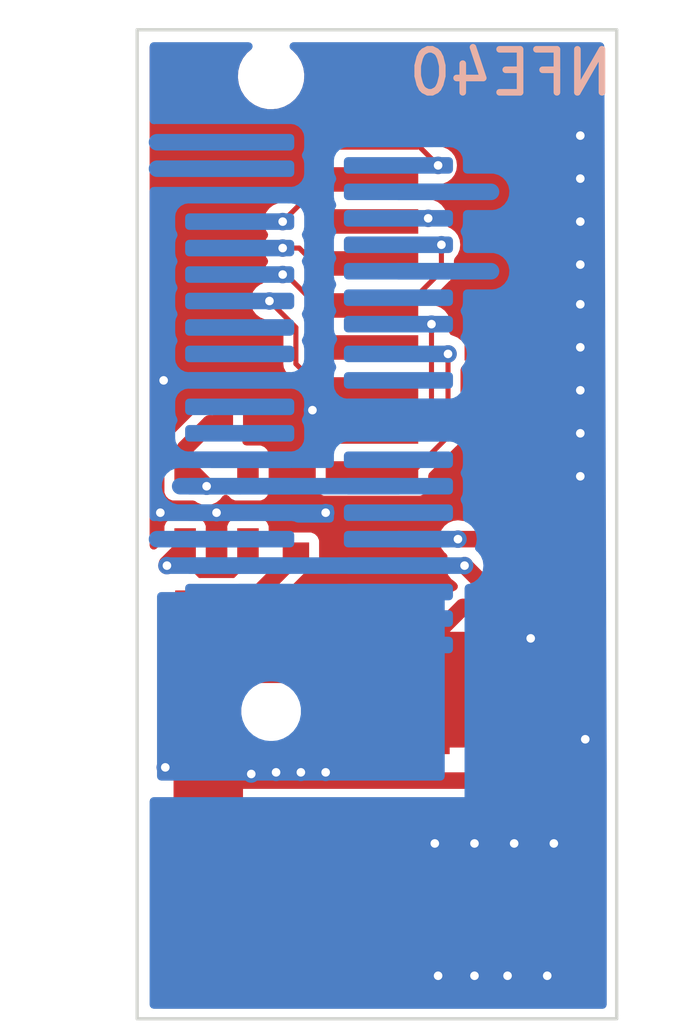
<source format=kicad_pcb>
(kicad_pcb (version 20211014) (generator pcbnew)
  (layers (0 "F.Cu" mixed) (31 "B.Cu" mixed) (36 "B.SilkS" user "B.Silkscreen") (37 "F.SilkS" user "F.Silkscreen") (38 "B.Mask" user) (39 "F.Mask" user) (44 "Edge.Cuts" user))
  (net 0 "")
  (net 1 "GND")
  (net 2 "+12V")
  (net 3 "+6V")
  (net 4 "unconnected-(J1-Pad1)")
  (net 5 "unconnected-(J1-Pad3)")
  (net 6 "/1PPS")
  (net 7 "unconnected-(J1-Pad6)")
  (net 8 "/CTRL_TX_CLK")
  (net 9 "/CTRL_RX_DATA_NFE")
  (net 10 "/CTRL_TX_DATA")
  (net 11 "/DATA_MISO")
  (net 12 "/CTRL_RX_CLK_NFE")
  (net 13 "unconnected-(J1-Pad12)")
  (net 14 "/DATA_NFE_FS")
  (net 16 "/NFPGA_DATA")
  (net 17 "/DATA_CLK_BUF")
  (net 18 "/PSOC_XRES_N")
  (net 19 "/DATA_MOSI")
  (net 21 "/NFPGA_CLK")
  (net 22 "/NFPGA_LE")
  (net 24 "+1V5")
  (net 26 "unconnected-(J1-Pad31)")
  (net 27 "unconnected-(J2-Pad20)")
  (net 28 "Net-(R13-Pad2)")
  (net 30 "+3.3V")
  (footprint "b_all:R603" (layer "F.Cu") (at 104.3 115.1 -90)
    (fp_text reference "R13" hide)
    (fp_text value "575k" hide)
    (pad "1" smd rect (at -0.7 0 270) (size 0.6 0.8) (layers "F.Cu" "F.Paste" "F.Mask") (net 1 "GND"))
    (pad "2" smd rect (at 0.7 0 270) (size 0.6 0.8) (layers "F.Cu" "F.Paste" "F.Mask") (net 28 "Net-(R13-Pad2)"))
  )
  (footprint "b_all:C603" (layer "F.Cu") (at 112.9 115.2 90)
    (fp_text reference "C3" hide)
    (fp_text value "1uF" hide)
    (pad "1" smd rect locked (at -0.7 0 90) (size 0.6 0.8) (layers "F.Cu" "F.Paste" "F.Mask") (net 30 "+3.3V"))
    (pad "2" smd rect locked (at 0.7 0 90) (size 0.6 0.8) (layers "F.Cu" "F.Paste" "F.Mask") (net 1 "GND"))
  )
  (footprint "b_all:SOT-23-5" (layer "F.Cu") (at 111.7 118.4)
    (fp_text reference "U3" hide)
    (fp_text value "TPS7A20xx")
    (pad "1" smd rect locked (at -1.1 -0.95) (size 1.06 0.65) (layers "F.Cu" "F.Paste" "F.Mask") (net 3 "+6V"))
    (pad "2" smd rect locked (at -1.1 0) (size 1.06 0.65) (layers "F.Cu" "F.Paste" "F.Mask") (net 1 "GND"))
    (pad "3" smd rect locked (at -1.1 0.95) (size 1.06 0.65) (layers "F.Cu" "F.Paste" "F.Mask") (net 3 "+6V"))
    (pad "4" smd rect locked (at 1.1 0.95) (size 1.06 0.65) (layers "F.Cu" "F.Paste" "F.Mask"))
    (pad "5" smd rect locked (at 1.1 -0.95) (size 1.06 0.65) (layers "F.Cu" "F.Paste" "F.Mask") (net 30 "+3.3V"))
  )
  (footprint "b_all:C603" (layer "F.Cu") (at 111.6 120.9)
    (fp_text reference "C2" hide)
    (fp_text value "10uF_25506-001" hide)
    (pad "1" smd rect locked (at -0.7 0) (size 0.6 0.8) (layers "F.Cu" "F.Paste" "F.Mask") (net 3 "+6V"))
    (pad "2" smd rect locked (at 0.7 0) (size 0.6 0.8) (layers "F.Cu" "F.Paste" "F.Mask") (net 1 "GND"))
  )
  (footprint "b_all:SamRib_2x10_P1.27mm_Vertical_SMD" (layer "F.Cu") (at 108.7 107.7 180)
    (fp_text reference "J2" hide)
    (fp_text value "SamRib")
    (pad "1" smd rect (at -2.1 -5.74 180) (size 2.8 0.74) (layers "F.Cu" "F.Paste" "F.Mask") (net 1 "GND"))
    (pad "2" smd rect (at 2.1 -5.715 180) (size 2.8 0.74) (layers "F.Cu" "F.Paste" "F.Mask") (net 19 "/DATA_MOSI"))
    (pad "3" smd rect (at -2.1 -4.47 180) (size 2.8 0.74) (layers "F.Cu" "F.Paste" "F.Mask") (net 1 "GND"))
    (pad "4" smd rect (at 2.1 -4.445 180) (size 2.8 0.74) (layers "F.Cu" "F.Paste" "F.Mask") (net 17 "/DATA_CLK_BUF"))
    (pad "5" smd rect (at -2.1 -3.2 180) (size 2.8 0.74) (layers "F.Cu" "F.Paste" "F.Mask") (net 1 "GND"))
    (pad "6" smd rect (at 2.1 -3.175 180) (size 2.8 0.74) (layers "F.Cu" "F.Paste" "F.Mask") (net 14 "/DATA_NFE_FS"))
    (pad "7" smd rect (at -2.1 -1.93 180) (size 2.8 0.74) (layers "F.Cu" "F.Paste" "F.Mask") (net 1 "GND"))
    (pad "8" smd rect (at 2.1 -1.905 180) (size 2.8 0.74) (layers "F.Cu" "F.Paste" "F.Mask") (net 12 "/CTRL_RX_CLK_NFE"))
    (pad "9" smd rect (at -2.1 -0.66 180) (size 2.8 0.74) (layers "F.Cu" "F.Paste" "F.Mask") (net 1 "GND"))
    (pad "10" smd rect (at 2.1 -0.635 180) (size 2.8 0.74) (layers "F.Cu" "F.Paste" "F.Mask") (net 11 "/DATA_MISO"))
    (pad "11" smd rect (at -2.1 0.61 180) (size 2.8 0.74) (layers "F.Cu" "F.Paste" "F.Mask") (net 1 "GND"))
    (pad "12" smd rect (at 2.1 0.635 180) (size 2.8 0.74) (layers "F.Cu" "F.Paste" "F.Mask") (net 10 "/CTRL_TX_DATA"))
    (pad "13" smd rect (at -2.1 1.88 180) (size 2.8 0.74) (layers "F.Cu" "F.Paste" "F.Mask") (net 1 "GND"))
    (pad "14" smd rect (at 2.1 1.905 180) (size 2.8 0.74) (layers "F.Cu" "F.Paste" "F.Mask") (net 9 "/CTRL_RX_DATA_NFE"))
    (pad "15" smd rect (at -2.1 3.15 180) (size 2.8 0.74) (layers "F.Cu" "F.Paste" "F.Mask") (net 1 "GND"))
    (pad "16" smd rect (at 2.1 3.175 180) (size 2.8 0.74) (layers "F.Cu" "F.Paste" "F.Mask") (net 8 "/CTRL_TX_CLK"))
    (pad "17" smd rect (at -2.1 4.42 180) (size 2.8 0.74) (layers "F.Cu" "F.Paste" "F.Mask") (net 1 "GND"))
    (pad "18" smd rect (at 2.1 4.445 180) (size 2.8 0.74) (layers "F.Cu" "F.Paste" "F.Mask") (net 6 "/1PPS"))
    (pad "19" smd rect (at -2.1 5.69 180) (size 2.8 0.74) (layers "F.Cu" "F.Paste" "F.Mask") (net 1 "GND"))
    (pad "20" smd rect (at 2.1 5.715 180) (size 2.8 0.74) (layers "F.Cu" "F.Paste" "F.Mask") (net 27 "unconnected-(J2-Pad20)"))
  )
  (footprint "b_all:SOT-23-5" (layer "F.Cu") (at 101.9 114.5 90)
    (fp_text reference "U4" hide)
    (fp_text value "TPS7A20xx")
    (pad "1" smd rect (at -1.1 -0.95 90) (size 1.06 0.65) (layers "F.Cu" "F.Paste" "F.Mask") (net 3 "+6V"))
    (pad "2" smd rect (at -1.1 0 90) (size 1.06 0.65) (layers "F.Cu" "F.Paste" "F.Mask") (net 1 "GND"))
    (pad "3" smd rect (at -1.1 0.95 90) (size 1.06 0.65) (layers "F.Cu" "F.Paste" "F.Mask") (net 3 "+6V"))
    (pad "4" smd rect (at 1.1 0.95 90) (size 1.06 0.65) (layers "F.Cu" "F.Paste" "F.Mask"))
    (pad "5" smd rect (at 1.1 -0.95 90) (size 1.06 0.65) (layers "F.Cu" "F.Paste" "F.Mask") (net 24 "+1V5"))
  )
  (footprint "Package_TO_SOT_SMD:SOT-223" (layer "F.Cu") (at 104.8 120)
    (fp_text reference "U2" hide)
    (fp_text value "LT3080xST")
    (pad "1" smd rect (at -3.15 -2.3) (size 2 1.5) (layers "F.Cu" "F.Paste" "F.Mask") (net 28 "Net-(R13-Pad2)"))
    (pad "2" smd rect (at -3.15 0) (size 2 1.5) (layers "F.Cu" "F.Paste" "F.Mask") (net 3 "+6V"))
    (pad "3" smd rect (at -3.15 2.3) (size 2 1.5) (layers "F.Cu" "F.Paste" "F.Mask") (net 2 "+12V"))
    (pad "4" smd rect (at 3.15 0) (size 2 3.8) (layers "F.Cu" "F.Paste" "F.Mask") (net 3 "+6V"))
  )
  (footprint "b_all:C603" (layer "F.Cu") (at 102.8 111.9)
    (fp_text reference "C4" hide)
    (fp_text value "1uF" hide)
    (pad "1" smd rect locked (at -0.7 0) (size 0.6 0.8) (layers "F.Cu" "F.Paste" "F.Mask") (net 24 "+1V5"))
    (pad "2" smd rect locked (at 0.7 0) (size 0.6 0.8) (layers "F.Cu" "F.Paste" "F.Mask") (net 1 "GND"))
  )
  (footprint "b_all:C603" (layer "F.Cu") (at 112.25 122.65 90)
    (fp_text reference "C1" hide)
    (fp_text value "1uF" hide)
    (pad "1" smd rect locked (at -0.7 0 90) (size 0.6 0.8) (layers "F.Cu" "F.Paste" "F.Mask") (net 2 "+12V"))
    (pad "2" smd rect locked (at 0.7 0 90) (size 0.6 0.8) (layers "F.Cu" "F.Paste" "F.Mask") (net 1 "GND"))
  )
  (footprint "b_all:HIROSE_40P_NFE" (layer "B.Cu") (at 105 111 -90)
    (fp_text reference "J1" hide)
    (fp_text value "Conn_02x20_Odd_Even" hide)
    (pad "" np_thru_hole circle (at -9.6 1.45 270) (size 0 0) (drill 1.4) (layers *.Mask))
    (pad "" np_thru_hole circle (at 9.6 1.45 270) (size 0 0) (drill 1.2) (layers *.Mask))
    (pad "1" smd roundrect (at -7.6 2.4 270) (size 0.5 3.3) (layers "B.Cu" "B.Paste" "B.Mask") (net 4 "unconnected-(J1-Pad1)"))
    (pad "2" smd roundrect (at -7.7 -2.4 270) (size 0.5 3.3) (layers "B.Cu" "B.Paste" "B.Mask") (net 1 "GND"))
    (pad "3" smd roundrect (at -6.8 2.4 270) (size 0.5 3.3) (layers "B.Cu" "B.Paste" "B.Mask") (net 5 "unconnected-(J1-Pad3)"))
    (pad "4" smd roundrect (at -6.9 -2.4 270) (size 0.5 3.3) (layers "B.Cu" "B.Paste" "B.Mask") (net 6 "/1PPS"))
    (pad "5" smd roundrect (at -6 2.4 270) (size 0.5 3.3) (layers "B.Cu" "B.Paste" "B.Mask") (net 1 "GND"))
    (pad "6" smd roundrect (at -6.1 -2.4 270) (size 0.5 3.3) (layers "B.Cu" "B.Paste" "B.Mask") (net 7 "unconnected-(J1-Pad6)"))
    (pad "7" smd roundrect (at -5.2 2.4 270) (size 0.5 3.3) (layers "B.Cu" "B.Paste" "B.Mask") (net 8 "/CTRL_TX_CLK"))
    (pad "8" smd roundrect (at -5.3 -2.4 270) (size 0.5 3.3) (layers "B.Cu" "B.Paste" "B.Mask") (net 9 "/CTRL_RX_DATA_NFE"))
    (pad "9" smd roundrect (at -4.4 2.4 270) (size 0.5 3.3) (layers "B.Cu" "B.Paste" "B.Mask") (net 10 "/CTRL_TX_DATA"))
    (pad "10" smd roundrect (at -4.5 -2.4 270) (size 0.5 3.3) (layers "B.Cu" "B.Paste" "B.Mask") (net 11 "/DATA_MISO"))
    (pad "11" smd roundrect (at -3.6 2.4 270) (size 0.5 3.3) (layers "B.Cu" "B.Paste" "B.Mask") (net 12 "/CTRL_RX_CLK_NFE"))
    (pad "12" smd roundrect (at -3.7 -2.4 270) (size 0.5 3.3) (layers "B.Cu" "B.Paste" "B.Mask") (net 13 "unconnected-(J1-Pad12)"))
    (pad "13" smd roundrect (at -2.8 2.4 270) (size 0.5 3.3) (layers "B.Cu" "B.Paste" "B.Mask") (net 14 "/DATA_NFE_FS"))
    (pad "14" smd roundrect (at -2.9 -2.4 270) (size 0.5 3.3) (layers "B.Cu" "B.Paste" "B.Mask"))
    (pad "15" smd roundrect (at -2 2.4 270) (size 0.5 3.3) (layers "B.Cu" "B.Paste" "B.Mask") (net 16 "/NFPGA_DATA"))
    (pad "16" smd roundrect (at -2.1 -2.4 270) (size 0.5 3.3) (layers "B.Cu" "B.Paste" "B.Mask") (net 17 "/DATA_CLK_BUF"))
    (pad "17" smd roundrect (at -1.2 2.4 270) (size 0.5 3.3) (layers "B.Cu" "B.Paste" "B.Mask") (net 18 "/PSOC_XRES_N"))
    (pad "18" smd roundrect (at -1.2 -2.4 270) (size 0.5 3.3) (layers "B.Cu" "B.Paste" "B.Mask") (net 19 "/DATA_MOSI"))
    (pad "19" smd roundrect (at -0.4 2.4 270) (size 0.5 3.3) (layers "B.Cu" "B.Paste" "B.Mask") (net 1 "GND"))
    (pad "20" smd roundrect (at -0.4 -2.4 270) (size 0.5 3.3) (layers "B.Cu" "B.Paste" "B.Mask"))
    (pad "21" smd roundrect (at 0.4 2.4 270) (size 0.5 3.3) (layers "B.Cu" "B.Paste" "B.Mask") (net 21 "/NFPGA_CLK"))
    (pad "22" smd roundrect (at 0.4 -2.4 270) (size 0.5 3.3) (layers "B.Cu" "B.Paste" "B.Mask") (net 1 "GND"))
    (pad "23" smd roundrect (at 1.2 2.4 270) (size 0.5 3.3) (layers "B.Cu" "B.Paste" "B.Mask") (net 22 "/NFPGA_LE"))
    (pad "24" smd roundrect (at 1.2 -2.4 270) (size 0.5 3.3) (layers "B.Cu" "B.Paste" "B.Mask") (net 1 "GND"))
    (pad "25" smd roundrect (at 2 2.4 270) (size 0.5 3.3) (layers "B.Cu" "B.Paste" "B.Mask") (net 1 "GND"))
    (pad "26" smd roundrect (at 2 -2.4 270) (size 0.5 3.3) (layers "B.Cu" "B.Paste" "B.Mask"))
    (pad "27" smd roundrect (at 2.8 2.4 270) (size 0.5 3.3) (layers "B.Cu" "B.Paste" "B.Mask") (net 24 "+1V5"))
    (pad "28" smd roundrect (at 2.8 -2.4 270) (size 0.5 3.3) (layers "B.Cu" "B.Paste" "B.Mask") (net 24 "+1V5"))
    (pad "29" smd roundrect (at 3.6 2.4 270) (size 0.5 3.3) (layers "B.Cu" "B.Paste" "B.Mask") (net 1 "GND"))
    (pad "30" smd roundrect (at 3.6 -2.4 270) (size 0.5 3.3) (layers "B.Cu" "B.Paste" "B.Mask"))
    (pad "31" smd roundrect (at 4.4 2.4 270) (size 0.5 3.3) (layers "B.Cu" "B.Paste" "B.Mask") (net 26 "unconnected-(J1-Pad31)"))
    (pad "32" smd roundrect (at 4.4 -2.4 270) (size 0.5 3.3) (layers "B.Cu" "B.Paste" "B.Mask") (net 30 "+3.3V"))
    (pad "33" smd roundrect (at 5.2 2.4 270) (size 0.5 3.3) (layers "B.Cu" "B.Paste" "B.Mask") (net 3 "+6V"))
    (pad "34" smd roundrect (at 5.2 -2.4 270) (size 0.5 3.3) (layers "B.Cu" "B.Paste" "B.Mask") (net 3 "+6V"))
    (pad "35" smd roundrect (at 6 2.4 270) (size 0.5 3.3) (layers "B.Cu" "B.Paste" "B.Mask") (net 2 "+12V"))
    (pad "36" smd roundrect (at 6 -2.4 270) (size 0.5 3.3) (layers "B.Cu" "B.Paste" "B.Mask") (net 2 "+12V"))
    (pad "37" smd roundrect (at 6.8 2.4 270) (size 0.5 3.3) (layers "B.Cu" "B.Paste" "B.Mask") (net 2 "+12V"))
    (pad "38" smd roundrect (at 6.8 -2.4 270) (size 0.5 3.3) (layers "B.Cu" "B.Paste" "B.Mask") (net 2 "+12V"))
    (pad "39" smd roundrect (at 7.6 2.4 270) (size 0.5 3.3) (layers "B.Cu" "B.Paste" "B.Mask") (net 2 "+12V"))
    (pad "40" smd roundrect (at 7.6 -2.4 270) (size 0.5 3.3) (layers "B.Cu" "B.Paste" "B.Mask") (net 2 "+12V"))
  )
  (gr_line (start 99.6 129.9) (end 99.5 129.9) (layer "Edge.Cuts") (width 0.1))
  (gr_line (start 99.5 100) (end 99.5 101.7) (layer "Edge.Cuts") (width 0.1))
  (gr_line (start 99.5 101.7) (end 99.5 129.9) (layer "Edge.Cuts") (width 0.1))
  (gr_line (start 99.6 100) (end 99.5 100) (layer "Edge.Cuts") (width 0.1))
  (gr_line (start 99.6 100) (end 114 100) (layer "Edge.Cuts") (width 0.1))
  (gr_line (start 114 129.9) (end 99.6 129.9) (layer "Edge.Cuts") (width 0.1))
  (gr_line (start 114 100) (end 114 129.8) (layer "Edge.Cuts") (width 0.1))
  (gr_line (start 114 129.8) (end 114 129.9) (layer "Edge.Cuts") (width 0.1))
  (gr_text "NFE40" (at 110.8 101.3) (layer "B.SilkS") (effects (font (size 1.3 1.3) (thickness 0.2)) (justify mirror)))
  (segment (start 112.25 121.95) (end 112.55 121.95) (width 0.5) (layer "F.Cu") (net 1))
  (segment (start 112.3 121.1) (end 112.7 121.1) (width 0.5) (layer "F.Cu") (net 1))
  (segment (start 110.8 113.44) (end 112.84 113.44) (width 1) (layer "F.Cu") (net 1))
  (segment (start 112.7 121.1) (end 113.05 121.45) (width 0.5) (layer "F.Cu") (net 1))
  (segment (start 112.84 113.44) (end 112.9 113.5) (width 1) (layer "F.Cu") (net 1))
  (segment (start 104.4 111.9) (end 104.8 111.5) (width 0.5) (layer "F.Cu") (net 1))
  (segment (start 112.9 114.5) (end 112.9 113.5) (width 0.2) (layer "F.Cu") (net 1))
  (segment (start 110.8 109.63) (end 112.87 109.63) (width 1) (layer "F.Cu") (net 1))
  (segment (start 112.89 107.09) (end 112.9 107.1) (width 1) (layer "F.Cu") (net 1))
  (segment (start 105 114.4) (end 105.2 114.6) (width 0.5) (layer "F.Cu") (net 1))
  (segment (start 112.88 105.82) (end 112.9 105.8) (width 1) (layer "F.Cu") (net 1))
  (segment (start 110.8 103.28) (end 112.82 103.28) (width 1) (layer "F.Cu") (net 1))
  (segment (start 112.82 103.28) (end 112.9 103.2) (width 1) (layer "F.Cu") (net 1))
  (segment (start 112.55 121.95) (end 113.05 121.45) (width 0.5) (layer "F.Cu") (net 1))
  (segment (start 103.5 111.9) (end 104.4 111.9) (width 0.5) (layer "F.Cu") (net 1))
  (segment (start 110.8 112.17) (end 112.87 112.17) (width 1) (layer "F.Cu") (net 1))
  (segment (start 110.8 102.01) (end 110.8 103.28) (width 1) (layer "F.Cu") (net 1))
  (segment (start 104.3 114.4) (end 105 114.4) (width 0.5) (layer "F.Cu") (net 1))
  (segment (start 101.9 115.6) (end 101.9 114.6) (width 0.5) (layer "F.Cu") (net 1))
  (segment (start 112.85 104.55) (end 112.9 104.5) (width 1) (layer "F.Cu") (net 1))
  (segment (start 112.84 108.36) (end 112.9 108.3) (width 1) (layer "F.Cu") (net 1))
  (segment (start 110.8 105.82) (end 112.88 105.82) (width 1) (layer "F.Cu") (net 1))
  (segment (start 110.8 104.55) (end 112.85 104.55) (width 1) (layer "F.Cu") (net 1))
  (segment (start 112.87 109.63) (end 112.9 109.6) (width 1) (layer "F.Cu") (net 1))
  (segment (start 110.8 107.09) (end 112.89 107.09) (width 1) (layer "F.Cu") (net 1))
  (segment (start 112.87 112.17) (end 112.9 112.2) (width 1) (layer "F.Cu") (net 1))
  (segment (start 110.8 108.36) (end 112.84 108.36) (width 1) (layer "F.Cu") (net 1))
  (segment (start 110.8 110.9) (end 112.9 110.9) (width 1) (layer "F.Cu") (net 1))
  (segment (start 110.6 118.4) (end 111.4 118.4) (width 0.5) (layer "F.Cu") (net 1))
  (via (at 111.9 128.6) (size 0.47) (drill 0.26) (layers "F.Cu" "B.Cu") (net 1))
  (via (at 112.9 110.9) (size 0.53) (drill 0.26) (layers "F.Cu" "B.Cu") (net 1))
  (via (at 109.7 124.6) (size 0.47) (drill 0.26) (layers "F.Cu" "B.Cu") (net 1))
  (via (at 101.9 114.6) (size 0.53) (drill 0.26) (layers "F.Cu" "B.Cu") (net 1))
  (via (at 105.2 114.6) (size 0.53) (drill 0.26) (layers "F.Cu" "B.Cu") (net 1))
  (via (at 112.9 107.1) (size 0.53) (drill 0.26) (layers "F.Cu" "B.Cu") (net 1))
  (via (at 108.5 124.6) (size 0.47) (drill 0.26) (layers "F.Cu" "B.Cu") (net 1))
  (via (at 112.9 108.3) (size 0.53) (drill 0.26) (layers "F.Cu" "B.Cu") (net 1))
  (via (at 109.7 128.6) (size 0.47) (drill 0.26) (layers "F.Cu" "B.Cu") (net 1))
  (via (at 112.9 113.5) (size 0.53) (drill 0.26) (layers "F.Cu" "B.Cu") (net 1))
  (via (at 112.9 104.5) (size 0.53) (drill 0.26) (layers "F.Cu" "B.Cu") (net 1))
  (via (at 112.9 105.8) (size 0.53) (drill 0.26) (layers "F.Cu" "B.Cu") (net 1))
  (via (at 108.6 128.6) (size 0.47) (drill 0.26) (layers "F.Cu" "B.Cu") (net 1))
  (via (at 100.2 114.6) (size 0.53) (drill 0.26) (layers "F.Cu" "B.Cu") (net 1))
  (via (at 110.9 124.6) (size 0.47) (drill 0.26) (layers "F.Cu" "B.Cu") (net 1))
  (via (at 112.1 124.6) (size 0.47) (drill 0.26) (layers "F.Cu" "B.Cu") (net 1))
  (via (at 112.9 103.2) (size 0.53) (drill 0.26) (layers "F.Cu" "B.Cu") (net 1))
  (via (at 112.9 109.6) (size 0.53) (drill 0.26) (layers "F.Cu" "B.Cu") (net 1))
  (via (at 104.8 111.5) (size 0.53) (drill 0.26) (layers "F.Cu" "B.Cu") (net 1))
  (via (at 110.7 128.6) (size 0.47) (drill 0.26) (layers "F.Cu" "B.Cu") (net 1))
  (via (at 111.4 118.4) (size 0.53) (drill 0.26) (layers "F.Cu" "B.Cu") (net 1))
  (via (at 113.05 121.45) (size 0.53) (drill 0.26) (layers "F.Cu" "B.Cu") (net 1))
  (via (at 112.9 112.2) (size 0.53) (drill 0.26) (layers "F.Cu" "B.Cu") (net 1))
  (via (at 100.3 110.6) (size 0.47) (drill 0.26) (layers "F.Cu" "B.Cu") (net 1))
  (segment (start 102.6 114.6) (end 100.2 114.6) (width 0.5) (layer "B.Cu") (net 1))
  (segment (start 102.6 110.6) (end 100.3 110.6) (width 0.2) (layer "B.Cu") (net 1))
  (segment (start 101.65 122.3) (end 100.35 122.3) (width 0.5) (layer "F.Cu") (net 2))
  (segment (start 111.2 122.7) (end 102.05 122.7) (width 0.5) (layer "F.Cu") (net 2))
  (segment (start 112.25 123.35) (end 111.85 123.35) (width 0.5) (layer "F.Cu") (net 2))
  (segment (start 103.7 122.45) (end 104.45 122.45) (width 0.5) (layer "F.Cu") (net 2))
  (segment (start 102.95 122.5) (end 103 122.45) (width 0.5) (layer "F.Cu") (net 2))
  (segment (start 103 122.45) (end 103.7 122.45) (width 0.5) (layer "F.Cu") (net 2))
  (segment (start 102.05 122.7) (end 101.65 122.3) (width 0.5) (layer "F.Cu") (net 2))
  (segment (start 111.85 123.35) (end 111.2 122.7) (width 0.5) (layer "F.Cu") (net 2))
  (segment (start 104.45 122.45) (end 105.2 122.45) (width 0.5) (layer "F.Cu") (net 2))
  (segment (start 102.75 122.3) (end 102.95 122.5) (width 0.5) (layer "F.Cu") (net 2))
  (segment (start 101.65 122.3) (end 102.75 122.3) (width 0.5) (layer "F.Cu") (net 2))
  (via (at 100.35 122.3) (size 0.53) (drill 0.26) (layers "F.Cu" "B.Cu") (net 2))
  (via (at 105.2 122.45) (size 0.53) (drill 0.26) (layers "F.Cu" "B.Cu") (net 2))
  (via (at 102.95 122.5) (size 0.53) (drill 0.26) (layers "F.Cu" "B.Cu") (net 2))
  (via (at 103.7 122.45) (size 0.53) (drill 0.26) (layers "F.Cu" "B.Cu") (net 2))
  (via (at 104.45 122.45) (size 0.53) (drill 0.26) (layers "F.Cu" "B.Cu") (net 2))
  (segment (start 102.6 117.8) (end 107.4 117.8) (width 0.5) (layer "B.Cu") (net 2))
  (segment (start 102.6 118.6) (end 107.4 118.6) (width 0.5) (layer "B.Cu") (net 2))
  (segment (start 107.4 117) (end 102.6 117) (width 0.5) (layer "B.Cu") (net 2))
  (segment (start 110.6 119.35) (end 108.6 119.35) (width 0.5) (layer "F.Cu") (net 3))
  (segment (start 109.35 117.45) (end 107.95 118.85) (width 0.5) (layer "F.Cu") (net 3))
  (segment (start 102.85 115.6) (end 102.85 116.05) (width 0.153) (layer "F.Cu") (net 3))
  (segment (start 110.9 119.65) (end 110.6 119.35) (width 0.5) (layer "F.Cu") (net 3))
  (segment (start 107.95 118.85) (end 107.95 120) (width 0.5) (layer "F.Cu") (net 3))
  (segment (start 107.450479 119.500479) (end 107.95 120) (width 0.5) (layer "F.Cu") (net 3))
  (segment (start 110.9 119.65) (end 110.9 120.9) (width 0.5) (layer "F.Cu") (net 3))
  (segment (start 100.4 116.2) (end 100.4 116.15) (width 0.5) (layer "F.Cu") (net 3))
  (segment (start 101.65 120) (end 102.149521 119.500479) (width 0.5) (layer "F.Cu") (net 3))
  (segment (start 100.4 116.15) (end 100.95 115.6) (width 0.5) (layer "F.Cu") (net 3))
  (segment (start 102.4 116.5) (end 101.4 116.5) (width 0.153) (layer "F.Cu") (net 3))
  (segment (start 110.6 117.45) (end 110.6 117.4) (width 0.5) (layer "F.Cu") (net 3))
  (segment (start 102.85 116.05) (end 102.4 116.5) (width 0.153) (layer "F.Cu") (net 3))
  (segment (start 101.4 116.5) (end 100.95 116.05) (width 0.153) (layer "F.Cu") (net 3))
  (segment (start 100.95 116.05) (end 100.95 115.6) (width 0.153) (layer "F.Cu") (net 3))
  (segment (start 108.6 119.35) (end 107.95 120) (width 0.5) (layer "F.Cu") (net 3))
  (segment (start 102.149521 119.500479) (end 107.450479 119.500479) (width 0.5) (layer "F.Cu") (net 3))
  (segment (start 110.6 117.4) (end 109.4 116.2) (width 0.5) (layer "F.Cu") (net 3))
  (segment (start 110.6 117.45) (end 109.35 117.45) (width 0.5) (layer "F.Cu") (net 3))
  (via (at 100.4 116.2) (size 0.53) (drill 0.26) (layers "F.Cu" "B.Cu") (net 3))
  (via (at 109.4 116.2) (size 0.53) (drill 0.26) (layers "F.Cu" "B.Cu") (net 3))
  (segment (start 102.6 116.2) (end 107.4 116.2) (width 0.5) (layer "B.Cu") (net 3))
  (segment (start 107.4 116.2) (end 109.4 116.2) (width 0.5) (layer "B.Cu") (net 3))
  (segment (start 100.4 116.2) (end 102.6 116.2) (width 0.5) (layer "B.Cu") (net 3))
  (segment (start 102.6 103.4) (end 100.1 103.4) (width 0.5) (layer "B.Cu") (net 4))
  (segment (start 102.6 104.2) (end 100.1 104.2) (width 0.5) (layer "B.Cu") (net 5))
  (segment (start 106.6 103.255) (end 107.755 103.255) (width 0.153) (layer "F.Cu") (net 6))
  (segment (start 107.755 103.255) (end 108.6 104.1) (width 0.153) (layer "F.Cu") (net 6))
  (via (at 108.6 104.1) (size 0.53) (drill 0.26) (layers "F.Cu" "B.Cu") (net 6))
  (segment (start 108.6 104.1) (end 107.4 104.1) (width 0.153) (layer "B.Cu") (net 6))
  (segment (start 107.4 104.9) (end 110.2 104.9) (width 0.5) (layer "B.Cu") (net 7))
  (segment (start 105.175 104.525) (end 106.6 104.525) (width 0.153) (layer "F.Cu") (net 8))
  (segment (start 103.9 105.8) (end 105.175 104.525) (width 0.153) (layer "F.Cu") (net 8))
  (via (at 103.9 105.8) (size 0.53) (drill 0.26) (layers "F.Cu" "B.Cu") (net 8))
  (segment (start 102.6 105.8) (end 103.9 105.8) (width 0.153) (layer "B.Cu") (net 8))
  (segment (start 106.6 105.795) (end 108.205 105.795) (width 0.153) (layer "F.Cu") (net 9))
  (segment (start 108.205 105.795) (end 108.3 105.7) (width 0.153) (layer "F.Cu") (net 9))
  (via (at 108.3 105.7) (size 0.53) (drill 0.26) (layers "F.Cu" "B.Cu") (net 9))
  (segment (start 108.3 105.7) (end 107.4 105.7) (width 0.153) (layer "B.Cu") (net 9))
  (segment (start 104.4 106.6) (end 103.9 106.6) (width 0.153) (layer "F.Cu") (net 10))
  (segment (start 104.865 107.065) (end 104.4 106.6) (width 0.153) (layer "F.Cu") (net 10))
  (segment (start 106.6 107.065) (end 104.865 107.065) (width 0.153) (layer "F.Cu") (net 10))
  (via (at 103.9 106.6) (size 0.53) (drill 0.26) (layers "F.Cu" "B.Cu") (net 10))
  (segment (start 102.6 106.6) (end 103.9 106.6) (width 0.153) (layer "B.Cu") (net 10))
  (segment (start 108.7 106.5) (end 108.7 107.3) (width 0.153) (layer "F.Cu") (net 11))
  (segment (start 107.665 108.335) (end 106.6 108.335) (width 0.153) (layer "F.Cu") (net 11))
  (segment (start 108.7 107.3) (end 107.665 108.335) (width 0.153) (layer "F.Cu") (net 11))
  (via (at 108.7 106.5) (size 0.53) (drill 0.26) (layers "F.Cu" "B.Cu") (net 11))
  (segment (start 108.7 106.5) (end 107.4 106.5) (width 0.153) (layer "B.Cu") (net 11))
  (segment (start 105.205 109.605) (end 104.7 109.1) (width 0.153) (layer "F.Cu") (net 12))
  (segment (start 106.6 109.605) (end 105.205 109.605) (width 0.153) (layer "F.Cu") (net 12))
  (segment (start 104 107.4) (end 103.9 107.4) (width 0.153) (layer "F.Cu") (net 12))
  (segment (start 104.7 108.1) (end 104 107.4) (width 0.153) (layer "F.Cu") (net 12))
  (segment (start 104.7 109.1) (end 104.7 108.1) (width 0.153) (layer "F.Cu") (net 12))
  (via (at 103.9 107.4) (size 0.53) (drill 0.26) (layers "F.Cu" "B.Cu") (net 12))
  (segment (start 103.9 107.4) (end 102.6 107.4) (width 0.153) (layer "B.Cu") (net 12))
  (segment (start 107.4 107.3) (end 110.2 107.3) (width 0.5) (layer "B.Cu") (net 13))
  (segment (start 103.5 108.2) (end 104.3 109) (width 0.153) (layer "F.Cu") (net 14))
  (segment (start 104.3 110.1) (end 105.075 110.875) (width 0.153) (layer "F.Cu") (net 14))
  (segment (start 104.3 109) (end 104.3 110.1) (width 0.153) (layer "F.Cu") (net 14))
  (segment (start 105.075 110.875) (end 106.6 110.875) (width 0.153) (layer "F.Cu") (net 14))
  (via (at 103.5 108.2) (size 0.53) (drill 0.26) (layers "F.Cu" "B.Cu") (net 14))
  (segment (start 103.5 108.2) (end 102.6 108.2) (width 0.153) (layer "B.Cu") (net 14))
  (segment (start 107.955 112.145) (end 106.6 112.145) (width 0.153) (layer "F.Cu") (net 17))
  (segment (start 108.4 108.9) (end 108.4 111.7) (width 0.153) (layer "F.Cu") (net 17))
  (segment (start 108.4 111.7) (end 107.955 112.145) (width 0.153) (layer "F.Cu") (net 17))
  (via (at 108.4 108.9) (size 0.53) (drill 0.26) (layers "F.Cu" "B.Cu") (net 17))
  (segment (start 108.4 108.9) (end 107.4 108.9) (width 0.153) (layer "B.Cu") (net 17))
  (segment (start 108.9 109.8) (end 108.9 112.3) (width 0.153) (layer "F.Cu") (net 19))
  (segment (start 107.785 113.415) (end 106.6 113.415) (width 0.153) (layer "F.Cu") (net 19))
  (segment (start 108.9 112.3) (end 107.785 113.415) (width 0.153) (layer "F.Cu") (net 19))
  (via (at 108.9 109.8) (size 0.53) (drill 0.26) (layers "F.Cu" "B.Cu") (net 19))
  (segment (start 108.9 109.8) (end 107.4 109.8) (width 0.153) (layer "B.Cu") (net 19))
  (segment (start 101.2 113.4) (end 101.6 113.8) (width 0.5) (layer "F.Cu") (net 24))
  (segment (start 102.1 111.9) (end 101.7 111.9) (width 0.5) (layer "F.Cu") (net 24))
  (segment (start 101.7 111.9) (end 100.95 112.65) (width 0.5) (layer "F.Cu") (net 24))
  (segment (start 100.95 112.65) (end 100.95 113.4) (width 0.5) (layer "F.Cu") (net 24))
  (segment (start 100.95 113.4) (end 101.2 113.4) (width 0.5) (layer "F.Cu") (net 24))
  (via (at 101.6 113.8) (size 0.53) (drill 0.26) (layers "F.Cu" "B.Cu") (net 24))
  (segment (start 102.6 113.8) (end 100.8 113.8) (width 0.5) (layer "B.Cu") (net 24))
  (segment (start 102.6 113.8) (end 107.4 113.8) (width 0.5) (layer "B.Cu") (net 24))
  (segment (start 102.6 115.4) (end 100.1 115.4) (width 0.5) (layer "B.Cu") (net 26))
  (segment (start 106.6 101.985) (end 106.6 100.7) (width 0.5) (layer "F.Cu") (net 27))
  (segment (start 104.3 115.9) (end 104.3 115.8) (width 0.5) (layer "F.Cu") (net 28))
  (segment (start 101.65 117.7) (end 102.5 117.7) (width 0.5) (layer "F.Cu") (net 28))
  (segment (start 102.5 117.7) (end 104.3 115.9) (width 0.5) (layer "F.Cu") (net 28))
  (segment (start 112.9 117.35) (end 112.8 117.45) (width 0.5) (layer "F.Cu") (net 30))
  (segment (start 112.9 115.9) (end 112.9 117.35) (width 0.5) (layer "F.Cu") (net 30))
  (segment (start 112.9 115.9) (end 112.4 115.4) (width 0.5) (layer "F.Cu") (net 30))
  (segment (start 112.4 115.4) (end 109.2 115.4) (width 0.5) (layer "F.Cu") (net 30))
  (via (at 109.2 115.4) (size 0.53) (drill 0.26) (layers "F.Cu" "B.Cu") (net 30))
  (segment (start 107.4 115.4) (end 109.2 115.4) (width 0.5) (layer "B.Cu") (net 30))
  (zone (net 1) (net_name "GND") (layer "F.Cu") (connect_pads yes (clearance 0.3)) (min_thickness 0.254) (fill yes (thermal_gap 0.508) (thermal_bridge_width 0.508))
    (polygon (pts (xy 113.6 129.5) (xy 107.4 129.5) (xy 107.4 123.8) (xy 113.6 123.8)))
  )
  (zone (net 1) (net_name "GND") (layer "F.Cu") (connect_pads yes (clearance 0.3)) (min_thickness 0.254) (fill yes (thermal_gap 0.508) (thermal_bridge_width 0.508))
    (polygon (pts (xy 113.6 117.6) (xy 99.8 117.6) (xy 99.8 100.4) (xy 113.6 100.4)))
  )
  (zone (net 3) (net_name "+6V") (layer "F.Cu") (connect_pads yes (clearance 0.3)) (min_thickness 0.254) (fill yes (thermal_gap 0.508) (thermal_bridge_width 0.508))
    (polygon (pts (xy 109.5 121.7) (xy 104.5 121.7) (xy 104.5 119.9) (xy 102.5 119.9) (xy 102.5 119.3) (xy 103.8 119.3) (xy 103.8 118.2) (xy 109.5 118.2)))
  )
  (zone (net 2) (net_name "+12V") (layer "F.Cu") (connect_pads yes (clearance 0.3)) (min_thickness 0.254) (fill yes (thermal_gap 0.508) (thermal_bridge_width 0.508))
    (polygon (pts (xy 102.7 123.5) (xy 106.9 123.5) (xy 106.9 129.4) (xy 100.6 129.4) (xy 100.6 121.6) (xy 102.7 121.6)))
  )
  (zone (net 1) (net_name "GND") (layer "B.Cu") (connect_pads yes (clearance 0.3)) (min_thickness 0.254) (fill yes (thermal_gap 0.508) (thermal_bridge_width 0.508))
    (polygon (pts (xy 113.8 129.7) (xy 99.8 129.7) (xy 99.8 123.2) (xy 109.4 123.2) (xy 109.4 114.9) (xy 99.7 114.9) (xy 99.7 100.2) (xy 113.8 100.2)))
  )
  (zone (net 2) (net_name "+12V") (layer "B.Cu") (connect_pads yes (clearance 0.3)) (min_thickness 0.254) (fill yes (thermal_gap 0.508) (thermal_bridge_width 0.508))
    (polygon (pts (xy 108.8 122.7) (xy 100.1 122.7) (xy 100.1 117) (xy 108.8 117)))
  )
)
</source>
